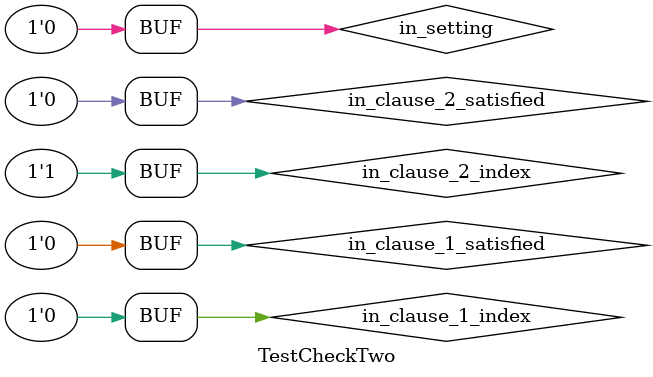
<source format=v>

module TestCheckTwo
#(
parameter MAXIMUM_BIT_WIDTH_OF_CLAUSES_INDEX = 1//gives us the maximum number of clauses
);
 
 // Inputs
 reg [MAXIMUM_BIT_WIDTH_OF_CLAUSES_INDEX-1:0] in_clause_1_index;
 reg [MAXIMUM_BIT_WIDTH_OF_CLAUSES_INDEX-1:0] in_clause_2_index;
 reg in_clause_1_satisfied;
 reg in_clause_2_satisfied;
 reg in_setting;
 
 // Outputs
  wire [MAXIMUM_BIT_WIDTH_OF_CLAUSES_INDEX-1:0] out_clause_index;
  wire out_clause_satisfied;


initial begin  
 #10
 in_setting = 0;
 in_clause_1_index = 0;
 in_clause_2_index = 1;
 in_clause_1_satisfied = 0;
 in_clause_2_satisfied = 1;

 #10
 in_setting = 0;
 in_clause_1_index = 0;
 in_clause_2_index = 1;
 in_clause_1_satisfied = 1;
 in_clause_2_satisfied = 0;


 #10
 in_setting = 0;
 in_clause_1_index = 0;
 in_clause_2_index = 1;
 in_clause_1_satisfied = 1;
 in_clause_2_satisfied = 1;


 #10
 in_setting = 0;
 in_clause_1_index = 0;
 in_clause_2_index = 1;
 in_clause_1_satisfied = 0;
 in_clause_2_satisfied = 0;











 
end
 



 initial begin
 $display("output of testing..");
 $monitor(" the index is %d",  out_clause_index);
 $monitor(" the clause is satisfied : %d",  out_clause_satisfied);
 end     


 // Instantiate the Unit Under Test (UUT)
 CompareTwoChecker  uut (
  .in_clause_1_index(in_clause_1_index), 
  .in_clause_2_index(in_clause_2_index),
  .in_clause_1_satisfied(in_clause_1_satisfied),
  .in_clause_2_satisfied(in_clause_2_satisfied),
  .in_setting(in_setting),
  .out_clause_index(out_clause_index),
  .out_clause_satisfied(out_clause_satisfied)
 );
 
endmodule  

</source>
